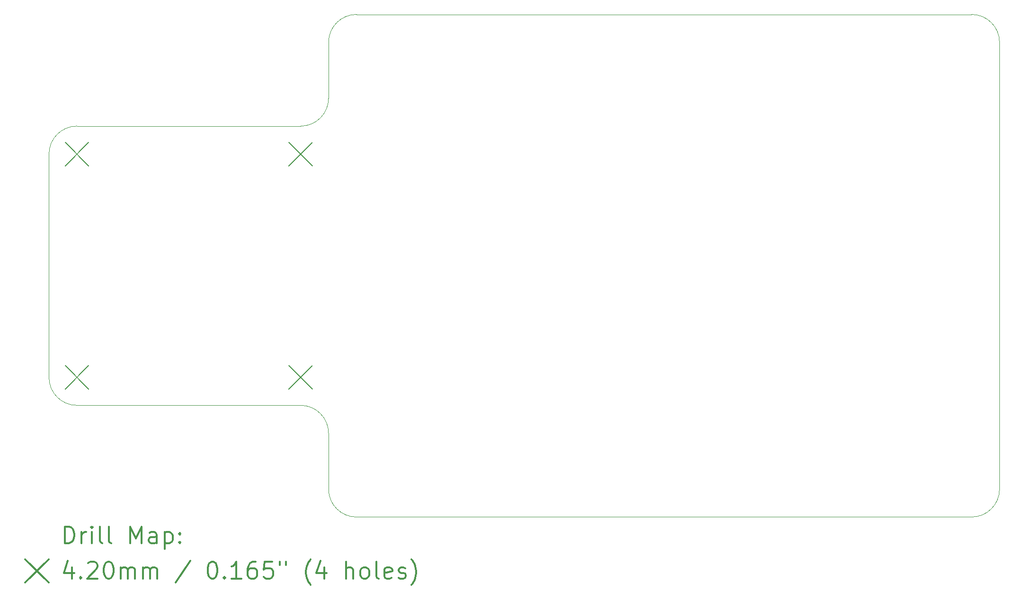
<source format=gbr>
%FSLAX45Y45*%
G04 Gerber Fmt 4.5, Leading zero omitted, Abs format (unit mm)*
G04 Created by KiCad (PCBNEW (5.1.6)-1) date 2021-12-25 16:32:58*
%MOMM*%
%LPD*%
G01*
G04 APERTURE LIST*
%TA.AperFunction,Profile*%
%ADD10C,0.100000*%
%TD*%
%ADD11C,0.200000*%
%ADD12C,0.300000*%
G04 APERTURE END LIST*
D10*
X6400000Y-7500000D02*
G75*
G02*
X6900000Y-7000000I500000J0D01*
G01*
X10900000Y-7000000D02*
X6900000Y-7000000D01*
X11400000Y-6500000D02*
G75*
G02*
X10900000Y-7000000I-500000J0D01*
G01*
X11400000Y-5500000D02*
X11400000Y-6500000D01*
X11400000Y-5500000D02*
G75*
G02*
X11900000Y-5000000I500000J0D01*
G01*
X22900000Y-5000000D02*
X11900000Y-5000000D01*
X22900000Y-5000000D02*
G75*
G02*
X23400000Y-5500000I0J-500000D01*
G01*
X23400000Y-13500000D02*
X23400000Y-5500000D01*
X23400000Y-13500000D02*
G75*
G02*
X22900000Y-14000000I-500000J0D01*
G01*
X11900000Y-14000000D02*
X22900000Y-14000000D01*
X11900000Y-14000000D02*
G75*
G02*
X11400000Y-13500000I0J500000D01*
G01*
X11400000Y-12500000D02*
X11400000Y-13500000D01*
X10900000Y-12000000D02*
G75*
G02*
X11400000Y-12500000I0J-500000D01*
G01*
X6900000Y-12000000D02*
X10900000Y-12000000D01*
X6900000Y-12000000D02*
G75*
G02*
X6400000Y-11500000I0J500000D01*
G01*
X6400000Y-7500000D02*
X6400000Y-11500000D01*
D11*
X10690000Y-11290000D02*
X11110000Y-11710000D01*
X11110000Y-11290000D02*
X10690000Y-11710000D01*
X10690000Y-7290000D02*
X11110000Y-7710000D01*
X11110000Y-7290000D02*
X10690000Y-7710000D01*
X6690000Y-7290000D02*
X7110000Y-7710000D01*
X7110000Y-7290000D02*
X6690000Y-7710000D01*
X6690000Y-11290000D02*
X7110000Y-11710000D01*
X7110000Y-11290000D02*
X6690000Y-11710000D01*
D12*
X6681428Y-14470714D02*
X6681428Y-14170714D01*
X6752857Y-14170714D01*
X6795714Y-14185000D01*
X6824286Y-14213572D01*
X6838571Y-14242143D01*
X6852857Y-14299286D01*
X6852857Y-14342143D01*
X6838571Y-14399286D01*
X6824286Y-14427857D01*
X6795714Y-14456429D01*
X6752857Y-14470714D01*
X6681428Y-14470714D01*
X6981428Y-14470714D02*
X6981428Y-14270714D01*
X6981428Y-14327857D02*
X6995714Y-14299286D01*
X7010000Y-14285000D01*
X7038571Y-14270714D01*
X7067143Y-14270714D01*
X7167143Y-14470714D02*
X7167143Y-14270714D01*
X7167143Y-14170714D02*
X7152857Y-14185000D01*
X7167143Y-14199286D01*
X7181428Y-14185000D01*
X7167143Y-14170714D01*
X7167143Y-14199286D01*
X7352857Y-14470714D02*
X7324286Y-14456429D01*
X7310000Y-14427857D01*
X7310000Y-14170714D01*
X7510000Y-14470714D02*
X7481428Y-14456429D01*
X7467143Y-14427857D01*
X7467143Y-14170714D01*
X7852857Y-14470714D02*
X7852857Y-14170714D01*
X7952857Y-14385000D01*
X8052857Y-14170714D01*
X8052857Y-14470714D01*
X8324286Y-14470714D02*
X8324286Y-14313572D01*
X8310000Y-14285000D01*
X8281428Y-14270714D01*
X8224286Y-14270714D01*
X8195714Y-14285000D01*
X8324286Y-14456429D02*
X8295714Y-14470714D01*
X8224286Y-14470714D01*
X8195714Y-14456429D01*
X8181428Y-14427857D01*
X8181428Y-14399286D01*
X8195714Y-14370714D01*
X8224286Y-14356429D01*
X8295714Y-14356429D01*
X8324286Y-14342143D01*
X8467143Y-14270714D02*
X8467143Y-14570714D01*
X8467143Y-14285000D02*
X8495714Y-14270714D01*
X8552857Y-14270714D01*
X8581428Y-14285000D01*
X8595714Y-14299286D01*
X8610000Y-14327857D01*
X8610000Y-14413572D01*
X8595714Y-14442143D01*
X8581428Y-14456429D01*
X8552857Y-14470714D01*
X8495714Y-14470714D01*
X8467143Y-14456429D01*
X8738571Y-14442143D02*
X8752857Y-14456429D01*
X8738571Y-14470714D01*
X8724286Y-14456429D01*
X8738571Y-14442143D01*
X8738571Y-14470714D01*
X8738571Y-14285000D02*
X8752857Y-14299286D01*
X8738571Y-14313572D01*
X8724286Y-14299286D01*
X8738571Y-14285000D01*
X8738571Y-14313572D01*
X5975000Y-14755000D02*
X6395000Y-15175000D01*
X6395000Y-14755000D02*
X5975000Y-15175000D01*
X6810000Y-14900714D02*
X6810000Y-15100714D01*
X6738571Y-14786429D02*
X6667143Y-15000714D01*
X6852857Y-15000714D01*
X6967143Y-15072143D02*
X6981428Y-15086429D01*
X6967143Y-15100714D01*
X6952857Y-15086429D01*
X6967143Y-15072143D01*
X6967143Y-15100714D01*
X7095714Y-14829286D02*
X7110000Y-14815000D01*
X7138571Y-14800714D01*
X7210000Y-14800714D01*
X7238571Y-14815000D01*
X7252857Y-14829286D01*
X7267143Y-14857857D01*
X7267143Y-14886429D01*
X7252857Y-14929286D01*
X7081428Y-15100714D01*
X7267143Y-15100714D01*
X7452857Y-14800714D02*
X7481428Y-14800714D01*
X7510000Y-14815000D01*
X7524286Y-14829286D01*
X7538571Y-14857857D01*
X7552857Y-14915000D01*
X7552857Y-14986429D01*
X7538571Y-15043572D01*
X7524286Y-15072143D01*
X7510000Y-15086429D01*
X7481428Y-15100714D01*
X7452857Y-15100714D01*
X7424286Y-15086429D01*
X7410000Y-15072143D01*
X7395714Y-15043572D01*
X7381428Y-14986429D01*
X7381428Y-14915000D01*
X7395714Y-14857857D01*
X7410000Y-14829286D01*
X7424286Y-14815000D01*
X7452857Y-14800714D01*
X7681428Y-15100714D02*
X7681428Y-14900714D01*
X7681428Y-14929286D02*
X7695714Y-14915000D01*
X7724286Y-14900714D01*
X7767143Y-14900714D01*
X7795714Y-14915000D01*
X7810000Y-14943572D01*
X7810000Y-15100714D01*
X7810000Y-14943572D02*
X7824286Y-14915000D01*
X7852857Y-14900714D01*
X7895714Y-14900714D01*
X7924286Y-14915000D01*
X7938571Y-14943572D01*
X7938571Y-15100714D01*
X8081428Y-15100714D02*
X8081428Y-14900714D01*
X8081428Y-14929286D02*
X8095714Y-14915000D01*
X8124286Y-14900714D01*
X8167143Y-14900714D01*
X8195714Y-14915000D01*
X8210000Y-14943572D01*
X8210000Y-15100714D01*
X8210000Y-14943572D02*
X8224286Y-14915000D01*
X8252857Y-14900714D01*
X8295714Y-14900714D01*
X8324286Y-14915000D01*
X8338571Y-14943572D01*
X8338571Y-15100714D01*
X8924286Y-14786429D02*
X8667143Y-15172143D01*
X9310000Y-14800714D02*
X9338571Y-14800714D01*
X9367143Y-14815000D01*
X9381428Y-14829286D01*
X9395714Y-14857857D01*
X9410000Y-14915000D01*
X9410000Y-14986429D01*
X9395714Y-15043572D01*
X9381428Y-15072143D01*
X9367143Y-15086429D01*
X9338571Y-15100714D01*
X9310000Y-15100714D01*
X9281428Y-15086429D01*
X9267143Y-15072143D01*
X9252857Y-15043572D01*
X9238571Y-14986429D01*
X9238571Y-14915000D01*
X9252857Y-14857857D01*
X9267143Y-14829286D01*
X9281428Y-14815000D01*
X9310000Y-14800714D01*
X9538571Y-15072143D02*
X9552857Y-15086429D01*
X9538571Y-15100714D01*
X9524286Y-15086429D01*
X9538571Y-15072143D01*
X9538571Y-15100714D01*
X9838571Y-15100714D02*
X9667143Y-15100714D01*
X9752857Y-15100714D02*
X9752857Y-14800714D01*
X9724286Y-14843572D01*
X9695714Y-14872143D01*
X9667143Y-14886429D01*
X10095714Y-14800714D02*
X10038571Y-14800714D01*
X10010000Y-14815000D01*
X9995714Y-14829286D01*
X9967143Y-14872143D01*
X9952857Y-14929286D01*
X9952857Y-15043572D01*
X9967143Y-15072143D01*
X9981428Y-15086429D01*
X10010000Y-15100714D01*
X10067143Y-15100714D01*
X10095714Y-15086429D01*
X10110000Y-15072143D01*
X10124286Y-15043572D01*
X10124286Y-14972143D01*
X10110000Y-14943572D01*
X10095714Y-14929286D01*
X10067143Y-14915000D01*
X10010000Y-14915000D01*
X9981428Y-14929286D01*
X9967143Y-14943572D01*
X9952857Y-14972143D01*
X10395714Y-14800714D02*
X10252857Y-14800714D01*
X10238571Y-14943572D01*
X10252857Y-14929286D01*
X10281428Y-14915000D01*
X10352857Y-14915000D01*
X10381428Y-14929286D01*
X10395714Y-14943572D01*
X10410000Y-14972143D01*
X10410000Y-15043572D01*
X10395714Y-15072143D01*
X10381428Y-15086429D01*
X10352857Y-15100714D01*
X10281428Y-15100714D01*
X10252857Y-15086429D01*
X10238571Y-15072143D01*
X10524286Y-14800714D02*
X10524286Y-14857857D01*
X10638571Y-14800714D02*
X10638571Y-14857857D01*
X11081428Y-15215000D02*
X11067143Y-15200714D01*
X11038571Y-15157857D01*
X11024286Y-15129286D01*
X11010000Y-15086429D01*
X10995714Y-15015000D01*
X10995714Y-14957857D01*
X11010000Y-14886429D01*
X11024286Y-14843572D01*
X11038571Y-14815000D01*
X11067143Y-14772143D01*
X11081428Y-14757857D01*
X11324286Y-14900714D02*
X11324286Y-15100714D01*
X11252857Y-14786429D02*
X11181428Y-15000714D01*
X11367143Y-15000714D01*
X11710000Y-15100714D02*
X11710000Y-14800714D01*
X11838571Y-15100714D02*
X11838571Y-14943572D01*
X11824286Y-14915000D01*
X11795714Y-14900714D01*
X11752857Y-14900714D01*
X11724286Y-14915000D01*
X11710000Y-14929286D01*
X12024286Y-15100714D02*
X11995714Y-15086429D01*
X11981428Y-15072143D01*
X11967143Y-15043572D01*
X11967143Y-14957857D01*
X11981428Y-14929286D01*
X11995714Y-14915000D01*
X12024286Y-14900714D01*
X12067143Y-14900714D01*
X12095714Y-14915000D01*
X12110000Y-14929286D01*
X12124286Y-14957857D01*
X12124286Y-15043572D01*
X12110000Y-15072143D01*
X12095714Y-15086429D01*
X12067143Y-15100714D01*
X12024286Y-15100714D01*
X12295714Y-15100714D02*
X12267143Y-15086429D01*
X12252857Y-15057857D01*
X12252857Y-14800714D01*
X12524286Y-15086429D02*
X12495714Y-15100714D01*
X12438571Y-15100714D01*
X12410000Y-15086429D01*
X12395714Y-15057857D01*
X12395714Y-14943572D01*
X12410000Y-14915000D01*
X12438571Y-14900714D01*
X12495714Y-14900714D01*
X12524286Y-14915000D01*
X12538571Y-14943572D01*
X12538571Y-14972143D01*
X12395714Y-15000714D01*
X12652857Y-15086429D02*
X12681428Y-15100714D01*
X12738571Y-15100714D01*
X12767143Y-15086429D01*
X12781428Y-15057857D01*
X12781428Y-15043572D01*
X12767143Y-15015000D01*
X12738571Y-15000714D01*
X12695714Y-15000714D01*
X12667143Y-14986429D01*
X12652857Y-14957857D01*
X12652857Y-14943572D01*
X12667143Y-14915000D01*
X12695714Y-14900714D01*
X12738571Y-14900714D01*
X12767143Y-14915000D01*
X12881428Y-15215000D02*
X12895714Y-15200714D01*
X12924286Y-15157857D01*
X12938571Y-15129286D01*
X12952857Y-15086429D01*
X12967143Y-15015000D01*
X12967143Y-14957857D01*
X12952857Y-14886429D01*
X12938571Y-14843572D01*
X12924286Y-14815000D01*
X12895714Y-14772143D01*
X12881428Y-14757857D01*
M02*

</source>
